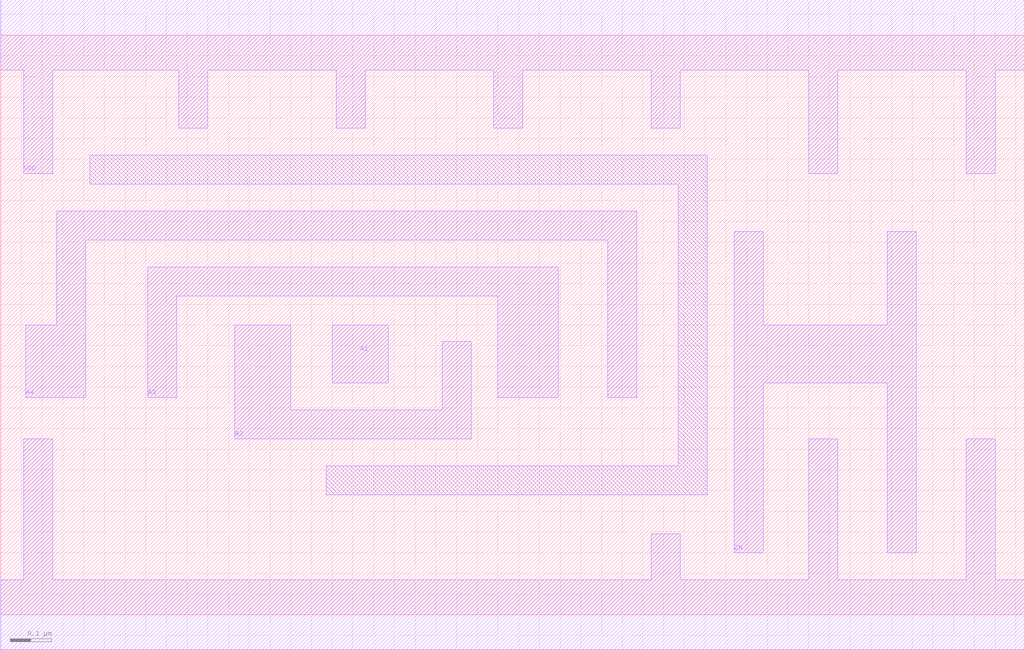
<source format=lef>
# 
# ******************************************************************************
# *                                                                            *
# *                   Copyright (C) 2004-2010, Nangate Inc.                    *
# *                           All rights reserved.                             *
# *                                                                            *
# * Nangate and the Nangate logo are trademarks of Nangate Inc.                *
# *                                                                            *
# * All trademarks, logos, software marks, and trade names (collectively the   *
# * "Marks") in this program are proprietary to Nangate or other respective    *
# * owners that have granted Nangate the right and license to use such Marks.  *
# * You are not permitted to use the Marks without the prior written consent   *
# * of Nangate or such third party that may own the Marks.                     *
# *                                                                            *
# * This file has been provided pursuant to a License Agreement containing     *
# * restrictions on its use. This file contains valuable trade secrets and     *
# * proprietary information of Nangate Inc., and is protected by U.S. and      *
# * international laws and/or treaties.                                        *
# *                                                                            *
# * The copyright notice(s) in this file does not indicate actual or intended  *
# * publication of this file.                                                  *
# *                                                                            *
# *     NGLibraryCreator, v2010.08-HR32-SP3-2010-08-05 - build 1009061800      *
# *                                                                            *
# ******************************************************************************
# 
# 
# Running on brazil06.nangate.com.br for user Giancarlo Franciscatto (gfr).
# Local time is now Fri, 3 Dec 2010, 19:32:18.
# Main process id is 27821.

VERSION 5.6 ;
BUSBITCHARS "[]" ;
DIVIDERCHAR "/" ;

MACRO AND4_X4
  CLASS core ;
  FOREIGN AND4_X4 0.0 0.0 ;
  ORIGIN 0 0 ;
  SYMMETRY X Y ;
  SITE FreePDK45_38x28_10R_NP_162NW_34O ;
  SIZE 2.47 BY 1.4 ;
  PIN A1
    DIRECTION INPUT ;
    ANTENNAPARTIALMETALAREA 0.0189 LAYER metal1 ;
    ANTENNAPARTIALMETALSIDEAREA 0.0715 LAYER metal1 ;
    ANTENNAGATEAREA 0.1045 ;
    PORT
      LAYER metal1 ;
        POLYGON 0.8 0.56 0.935 0.56 0.935 0.7 0.8 0.7  ;
    END
  END A1
  PIN A2
    DIRECTION INPUT ;
    ANTENNAPARTIALMETALAREA 0.079125 LAYER metal1 ;
    ANTENNAPARTIALMETALSIDEAREA 0.2626 LAYER metal1 ;
    ANTENNAGATEAREA 0.1045 ;
    PORT
      LAYER metal1 ;
        POLYGON 0.565 0.425 1.135 0.425 1.135 0.66 1.065 0.66 1.065 0.495 0.7 0.495 0.7 0.7 0.565 0.7  ;
    END
  END A2
  PIN A3
    DIRECTION INPUT ;
    ANTENNAPARTIALMETALAREA 0.121975 LAYER metal1 ;
    ANTENNAPARTIALMETALSIDEAREA 0.403 LAYER metal1 ;
    ANTENNAGATEAREA 0.1045 ;
    PORT
      LAYER metal1 ;
        POLYGON 0.355 0.525 0.425 0.525 0.425 0.77 1.2 0.77 1.2 0.525 1.345 0.525 1.345 0.84 0.355 0.84  ;
    END
  END A3
  PIN A4
    DIRECTION INPUT ;
    ANTENNAPARTIALMETALAREA 0.164325 LAYER metal1 ;
    ANTENNAPARTIALMETALSIDEAREA 0.5993 LAYER metal1 ;
    ANTENNAGATEAREA 0.1045 ;
    PORT
      LAYER metal1 ;
        POLYGON 0.06 0.525 0.205 0.525 0.205 0.905 1.465 0.905 1.465 0.525 1.535 0.525 1.535 0.975 0.135 0.975 0.135 0.7 0.06 0.7  ;
    END
  END A4
  PIN ZN
    DIRECTION OUTPUT ;
    ANTENNAPARTIALMETALAREA 0.1505 LAYER metal1 ;
    ANTENNAPARTIALMETALSIDEAREA 0.481 LAYER metal1 ;
    ANTENNADIFFAREA 0.2926 ;
    PORT
      LAYER metal1 ;
        POLYGON 1.77 0.15 1.84 0.15 1.84 0.56 2.14 0.56 2.14 0.15 2.21 0.15 2.21 0.925 2.14 0.925 2.14 0.7 1.84 0.7 1.84 0.925 1.77 0.925  ;
    END
  END ZN
  PIN VDD
    DIRECTION INOUT ;
    USE power ;
    SHAPE ABUTMENT ;
    PORT
      LAYER metal1 ;
        POLYGON 0 1.315 0.055 1.315 0.055 1.065 0.125 1.065 0.125 1.315 0.43 1.315 0.43 1.175 0.5 1.175 0.5 1.315 0.81 1.315 0.81 1.175 0.88 1.175 0.88 1.315 1.19 1.315 1.19 1.175 1.26 1.175 1.26 1.315 1.57 1.315 1.57 1.175 1.64 1.175 1.64 1.315 1.705 1.315 1.95 1.315 1.95 1.065 2.02 1.065 2.02 1.315 2.33 1.315 2.33 1.065 2.4 1.065 2.4 1.315 2.47 1.315 2.47 1.485 1.705 1.485 0 1.485  ;
    END
  END VDD
  PIN VSS
    DIRECTION INOUT ;
    USE ground ;
    SHAPE ABUTMENT ;
    PORT
      LAYER metal1 ;
        POLYGON 0 -0.085 2.47 -0.085 2.47 0.085 2.4 0.085 2.4 0.425 2.33 0.425 2.33 0.085 2.02 0.085 2.02 0.425 1.95 0.425 1.95 0.085 1.64 0.085 1.64 0.195 1.57 0.195 1.57 0.085 0.125 0.085 0.125 0.425 0.055 0.425 0.055 0.085 0 0.085  ;
    END
  END VSS
  OBS
      LAYER metal1 ;
        POLYGON 0.215 1.04 1.635 1.04 1.635 0.36 0.785 0.36 0.785 0.29 1.705 0.29 1.705 1.11 0.215 1.11  ;
  END
END AND4_X4

END LIBRARY
#
# End of file
#

</source>
